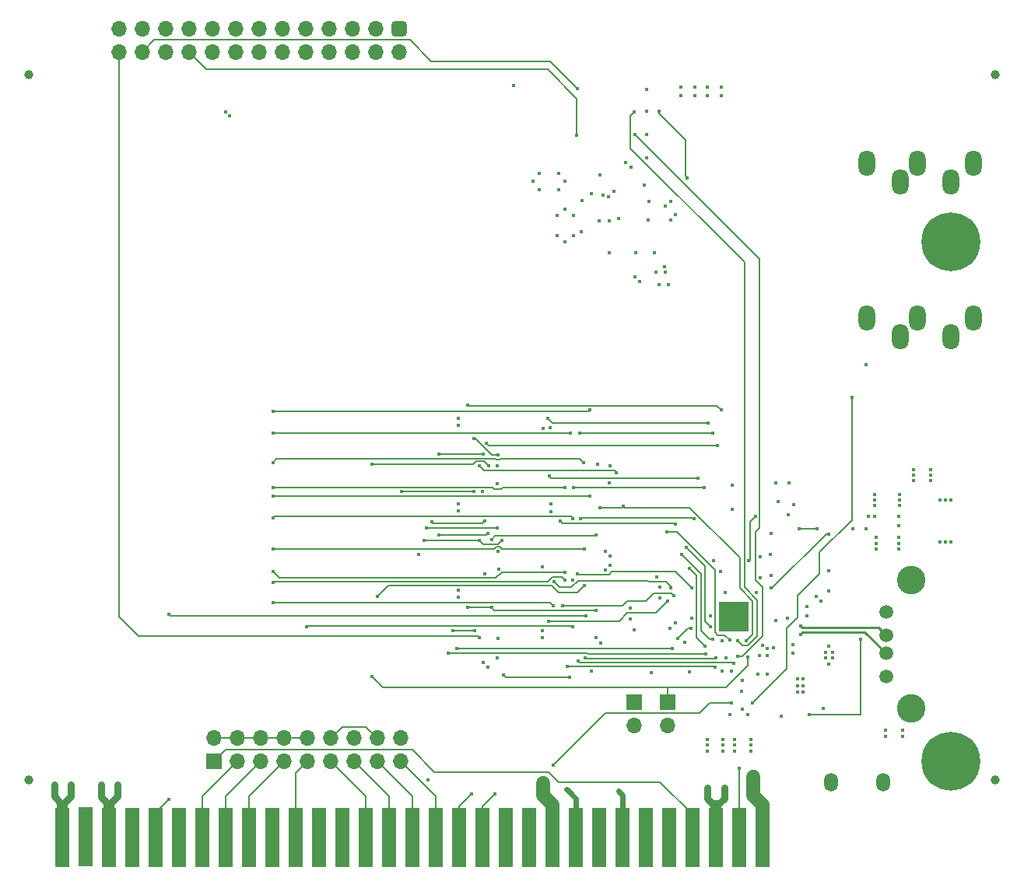
<source format=gbl>
%TF.GenerationSoftware,KiCad,Pcbnew,7.0.7*%
%TF.CreationDate,2023-10-23T19:43:48-06:00*%
%TF.ProjectId,PicoGUS chipdown with edge rails,5069636f-4755-4532-9063-686970646f77,rev?*%
%TF.SameCoordinates,Original*%
%TF.FileFunction,Copper,L4,Bot*%
%TF.FilePolarity,Positive*%
%FSLAX46Y46*%
G04 Gerber Fmt 4.6, Leading zero omitted, Abs format (unit mm)*
G04 Created by KiCad (PCBNEW 7.0.7) date 2023-10-23 19:43:48*
%MOMM*%
%LPD*%
G01*
G04 APERTURE LIST*
G04 Aperture macros list*
%AMRoundRect*
0 Rectangle with rounded corners*
0 $1 Rounding radius*
0 $2 $3 $4 $5 $6 $7 $8 $9 X,Y pos of 4 corners*
0 Add a 4 corners polygon primitive as box body*
4,1,4,$2,$3,$4,$5,$6,$7,$8,$9,$2,$3,0*
0 Add four circle primitives for the rounded corners*
1,1,$1+$1,$2,$3*
1,1,$1+$1,$4,$5*
1,1,$1+$1,$6,$7*
1,1,$1+$1,$8,$9*
0 Add four rect primitives between the rounded corners*
20,1,$1+$1,$2,$3,$4,$5,0*
20,1,$1+$1,$4,$5,$6,$7,0*
20,1,$1+$1,$6,$7,$8,$9,0*
20,1,$1+$1,$8,$9,$2,$3,0*%
G04 Aperture macros list end*
%TA.AperFunction,ComponentPad*%
%ADD10C,6.400000*%
%TD*%
%TA.AperFunction,ComponentPad*%
%ADD11O,1.800000X2.800000*%
%TD*%
%TA.AperFunction,ComponentPad*%
%ADD12C,0.500000*%
%TD*%
%TA.AperFunction,SMDPad,CuDef*%
%ADD13R,3.200000X3.200000*%
%TD*%
%TA.AperFunction,ComponentPad*%
%ADD14R,1.700000X1.700000*%
%TD*%
%TA.AperFunction,ComponentPad*%
%ADD15O,1.700000X1.700000*%
%TD*%
%TA.AperFunction,ConnectorPad*%
%ADD16R,1.524000X6.478000*%
%TD*%
%TA.AperFunction,ConnectorPad*%
%ADD17R,1.524000X6.458000*%
%TD*%
%TA.AperFunction,ComponentPad*%
%ADD18O,1.500000X2.000000*%
%TD*%
%TA.AperFunction,ComponentPad*%
%ADD19RoundRect,0.425000X-0.425000X0.425000X-0.425000X-0.425000X0.425000X-0.425000X0.425000X0.425000X0*%
%TD*%
%TA.AperFunction,ComponentPad*%
%ADD20C,1.500000*%
%TD*%
%TA.AperFunction,ComponentPad*%
%ADD21C,3.100000*%
%TD*%
%TA.AperFunction,SMDPad,CuDef*%
%ADD22C,1.000000*%
%TD*%
%TA.AperFunction,ViaPad*%
%ADD23C,0.450000*%
%TD*%
%TA.AperFunction,Conductor*%
%ADD24C,0.600000*%
%TD*%
%TA.AperFunction,Conductor*%
%ADD25C,1.200000*%
%TD*%
%TA.AperFunction,Conductor*%
%ADD26C,0.750000*%
%TD*%
%TA.AperFunction,Conductor*%
%ADD27C,0.171000*%
%TD*%
%TA.AperFunction,Conductor*%
%ADD28C,0.267208*%
%TD*%
%TA.AperFunction,Conductor*%
%ADD29C,1.500000*%
%TD*%
%TA.AperFunction,Conductor*%
%ADD30C,0.400000*%
%TD*%
G04 APERTURE END LIST*
D10*
%TO.P,H1,1,1*%
%TO.N,Board_0-GND*%
X196201200Y-48180500D03*
%TD*%
D11*
%TO.P,J7,R*%
%TO.N,Board_0-Net-(FB2-Pad2)*%
X190742500Y-58477500D03*
%TO.P,J7,RN*%
%TO.N,N/C*%
X192542500Y-56477500D03*
%TO.P,J7,S*%
%TO.N,Board_0-GND*%
X198642500Y-56477500D03*
%TO.P,J7,T*%
%TO.N,Board_0-Net-(FB1-Pad2)*%
X196242500Y-58477500D03*
%TO.P,J7,TN*%
%TO.N,N/C*%
X187042500Y-56477500D03*
%TD*%
D12*
%TO.P,U12,57,GND*%
%TO.N,Board_0-GND*%
X173955000Y-87637500D03*
X171255000Y-87637500D03*
X172605000Y-87641300D03*
X173951200Y-88987500D03*
X172605000Y-88987500D03*
D13*
X172605000Y-88987500D03*
D12*
X171258800Y-88987500D03*
X172605000Y-90333700D03*
X173955000Y-90337500D03*
X171255000Y-90337500D03*
%TD*%
D14*
%TO.P,J3,1,Pin_1*%
%TO.N,Board_0-IRQ2*%
X116051500Y-104766500D03*
D15*
%TO.P,J3,2,Pin_2*%
%TO.N,Board_0-IRQ*%
X116051500Y-102226500D03*
%TO.P,J3,3,Pin_3*%
%TO.N,Board_0-IRQ3*%
X118591500Y-104766500D03*
%TO.P,J3,4,Pin_4*%
%TO.N,Board_0-IRQ*%
X118591500Y-102226500D03*
%TO.P,J3,5,Pin_5*%
%TO.N,Board_0-IRQ4*%
X121131500Y-104766500D03*
%TO.P,J3,6,Pin_6*%
%TO.N,Board_0-IRQ*%
X121131500Y-102226500D03*
%TO.P,J3,7,Pin_7*%
%TO.N,Board_0-IRQ5*%
X123671500Y-104766500D03*
%TO.P,J3,8,Pin_8*%
%TO.N,Board_0-IRQ*%
X123671500Y-102226500D03*
%TO.P,J3,9,Pin_9*%
%TO.N,Board_0-IRQ7*%
X126211500Y-104766500D03*
%TO.P,J3,10,Pin_10*%
%TO.N,Board_0-IRQ*%
X126211500Y-102226500D03*
%TO.P,J3,11,Pin_11*%
%TO.N,Board_0-DRQ1*%
X128751500Y-104766500D03*
%TO.P,J3,12,Pin_12*%
%TO.N,Board_0-DRQ*%
X128751500Y-102226500D03*
%TO.P,J3,13,Pin_13*%
%TO.N,Board_0-DACK1*%
X131291500Y-104766500D03*
%TO.P,J3,14,Pin_14*%
%TO.N,Board_0-DACK*%
X131291500Y-102226500D03*
%TO.P,J3,15,Pin_15*%
%TO.N,Board_0-DRQ3*%
X133831500Y-104766500D03*
%TO.P,J3,16,Pin_16*%
%TO.N,Board_0-DRQ*%
X133831500Y-102226500D03*
%TO.P,J3,17,Pin_17*%
%TO.N,Board_0-DACK3*%
X136371500Y-104766500D03*
%TO.P,J3,18,Pin_18*%
%TO.N,Board_0-DACK*%
X136371500Y-102226500D03*
%TD*%
D14*
%TO.P,J4,1,Pin_1*%
%TO.N,Board_0-UART_TX*%
X165442500Y-98312500D03*
D15*
%TO.P,J4,2,Pin_2*%
%TO.N,Board_0-GND*%
X165442500Y-100852500D03*
%TD*%
D11*
%TO.P,J9,R*%
%TO.N,Board_0-Net-(J9-PadR)*%
X190742500Y-41627500D03*
%TO.P,J9,RN*%
%TO.N,Board_0-unconnected-(J9-PadRN)*%
X192542500Y-39627500D03*
%TO.P,J9,S*%
%TO.N,Board_0-AGND*%
X198642500Y-39627500D03*
%TO.P,J9,T*%
%TO.N,Board_0-Net-(J9-PadT)*%
X196242500Y-41627500D03*
%TO.P,J9,TN*%
%TO.N,Board_0-unconnected-(J9-PadTN)*%
X187042500Y-39627500D03*
%TD*%
D16*
%TO.P,J1,1,GND*%
%TO.N,Board_0-GND*%
X175742500Y-112987500D03*
%TO.P,J1,2,RESET*%
%TO.N,Board_0-RESET*%
X173202500Y-112987500D03*
%TO.P,J1,3,VCC*%
%TO.N,Board_0-+5V*%
X170662500Y-112987500D03*
%TO.P,J1,4,IRQ2*%
%TO.N,Board_0-IRQ2*%
X168122500Y-112987500D03*
%TO.P,J1,5,-5V*%
%TO.N,Board_0-unconnected-(J1--5V-Pad5)*%
X165582500Y-112987500D03*
%TO.P,J1,6,DRQ2*%
%TO.N,Board_0-unconnected-(J1-DRQ2-Pad6)*%
X163042500Y-112987500D03*
%TO.P,J1,7,-12V*%
%TO.N,Board_0--12V*%
X160502500Y-112987500D03*
%TO.P,J1,8,UNUSED*%
%TO.N,Board_0-unconnected-(J1-UNUSED-Pad8)*%
X157962500Y-112987500D03*
%TO.P,J1,9,+12V*%
%TO.N,Board_0-+12V*%
X155422500Y-112987500D03*
%TO.P,J1,10,GND*%
%TO.N,Board_0-GND*%
X152882500Y-112987500D03*
%TO.P,J1,11,~{SMEMW}*%
%TO.N,Board_0-unconnected-(J1-~{SMEMW}-Pad11)*%
X150342500Y-112987500D03*
%TO.P,J1,12,~{SMEMR}*%
%TO.N,Board_0-unconnected-(J1-~{SMEMR}-Pad12)*%
X147802500Y-112987500D03*
%TO.P,J1,13,~{IOW}*%
%TO.N,Board_0-~{IOW}*%
X145262500Y-112987500D03*
%TO.P,J1,14,~{IOR}*%
%TO.N,Board_0-~{IOR}*%
X142722500Y-112987500D03*
%TO.P,J1,15,~{DACK3}*%
%TO.N,Board_0-DACK3*%
X140182500Y-112987500D03*
%TO.P,J1,16,DRQ3*%
%TO.N,Board_0-DRQ3*%
X137642500Y-112987500D03*
%TO.P,J1,17,~{DACK1}*%
%TO.N,Board_0-DACK1*%
X135102500Y-112987500D03*
%TO.P,J1,18,DRQ1*%
%TO.N,Board_0-DRQ1*%
X132562500Y-112987500D03*
%TO.P,J1,19,~{DACK0}*%
%TO.N,Board_0-unconnected-(J1-~{DACK0}-Pad19)*%
X130022500Y-112987500D03*
%TO.P,J1,20,CLK*%
%TO.N,Board_0-unconnected-(J1-CLK-Pad20)*%
X127482500Y-112987500D03*
%TO.P,J1,21,IRQ7*%
%TO.N,Board_0-IRQ7*%
X124942500Y-112987500D03*
%TO.P,J1,22,IRQ6*%
%TO.N,Board_0-unconnected-(J1-IRQ6-Pad22)*%
X122402500Y-112987500D03*
%TO.P,J1,23,IRQ5*%
%TO.N,Board_0-IRQ5*%
X119862500Y-112987500D03*
%TO.P,J1,24,IRQ4*%
%TO.N,Board_0-IRQ4*%
X117322500Y-112987500D03*
%TO.P,J1,25,IRQ3*%
%TO.N,Board_0-IRQ3*%
X114782500Y-112987500D03*
%TO.P,J1,26,~{DACK2}*%
%TO.N,Board_0-unconnected-(J1-~{DACK2}-Pad26)*%
X112242500Y-112987500D03*
%TO.P,J1,27,TC*%
%TO.N,Board_0-TC*%
X109702500Y-112987500D03*
%TO.P,J1,28,ALE*%
%TO.N,Board_0-unconnected-(J1-ALE-Pad28)*%
X107162500Y-112987500D03*
%TO.P,J1,29,VCC*%
%TO.N,Board_0-+5V*%
X104622500Y-112987500D03*
D17*
%TO.P,J1,30,OSC*%
%TO.N,Board_0-unconnected-(J1-OSC-Pad30)*%
X102082500Y-112977500D03*
D16*
%TO.P,J1,31,GND*%
%TO.N,Board_0-GND*%
X99542500Y-112987500D03*
%TD*%
D18*
%TO.P,J6,6,Shield*%
%TO.N,Board_0-GND*%
X183197500Y-107006500D03*
X188857500Y-107006500D03*
%TD*%
D19*
%TO.P,J8,1,Pin_1*%
%TO.N,Board_0-GND*%
X136192500Y-24947500D03*
D15*
%TO.P,J8,2,Pin_2*%
%TO.N,Board_0-unconnected-(J8-Pin_2-Pad2)*%
X136192500Y-27487500D03*
%TO.P,J8,3,Pin_3*%
%TO.N,Board_0-GND*%
X133652500Y-24947500D03*
%TO.P,J8,4,Pin_4*%
%TO.N,Board_0-UART_TX*%
X133652500Y-27487500D03*
%TO.P,J8,5,Pin_5*%
%TO.N,Board_0-GND*%
X131112500Y-24947500D03*
%TO.P,J8,6,Pin_6*%
%TO.N,Board_0-+5V*%
X131112500Y-27487500D03*
%TO.P,J8,7,Pin_7*%
%TO.N,Board_0-GND*%
X128572500Y-24947500D03*
%TO.P,J8,8,Pin_8*%
%TO.N,Board_0-unconnected-(J8-Pin_8-Pad8)*%
X128572500Y-27487500D03*
%TO.P,J8,9,Pin_9*%
%TO.N,Board_0-GND*%
X126032500Y-24947500D03*
%TO.P,J8,10,Pin_10*%
%TO.N,Board_0-+5V*%
X126032500Y-27487500D03*
%TO.P,J8,11,Pin_11*%
%TO.N,Board_0-GND*%
X123492500Y-24947500D03*
%TO.P,J8,12,Pin_12*%
%TO.N,Board_0-unconnected-(J8-Pin_12-Pad12)*%
X123492500Y-27487500D03*
%TO.P,J8,13,Pin_13*%
%TO.N,Board_0-unconnected-(J8-Pin_13-Pad13)*%
X120952500Y-24947500D03*
%TO.P,J8,14,Pin_14*%
%TO.N,Board_0-+5V*%
X120952500Y-27487500D03*
%TO.P,J8,15,Pin_15*%
%TO.N,Board_0-AGND*%
X118412500Y-24947500D03*
%TO.P,J8,16,Pin_16*%
%TO.N,Board_0-unconnected-(J8-Pin_16-Pad16)*%
X118412500Y-27487500D03*
%TO.P,J8,17,Pin_17*%
%TO.N,Board_0-AGND*%
X115872500Y-24947500D03*
%TO.P,J8,18,Pin_18*%
%TO.N,Board_0-+12V*%
X115872500Y-27487500D03*
%TO.P,J8,19,Pin_19*%
%TO.N,Board_0-AGND*%
X113332500Y-24947500D03*
%TO.P,J8,20,Pin_20*%
%TO.N,Board_0-WTAUDIO_R*%
X113332500Y-27487500D03*
%TO.P,J8,21,Pin_21*%
%TO.N,Board_0-AGND*%
X110792500Y-24947500D03*
%TO.P,J8,22,Pin_22*%
%TO.N,Board_0--12V*%
X110792500Y-27487500D03*
%TO.P,J8,23,Pin_23*%
%TO.N,Board_0-AGND*%
X108252500Y-24947500D03*
%TO.P,J8,24,Pin_24*%
%TO.N,Board_0-WTAUDIO_L*%
X108252500Y-27487500D03*
%TO.P,J8,25,Pin_25*%
%TO.N,Board_0-AGND*%
X105712500Y-24947500D03*
%TO.P,J8,26,Pin_26*%
%TO.N,Board_0-~{WT_RESET}*%
X105712500Y-27487500D03*
%TD*%
D10*
%TO.P,H2,1,1*%
%TO.N,Board_0-GND*%
X196201200Y-104695500D03*
%TD*%
D14*
%TO.P,J10,1,Pin_1*%
%TO.N,Board_0-RUN*%
X161742500Y-98312500D03*
D15*
%TO.P,J10,2,Pin_2*%
%TO.N,Board_0-GND*%
X161742500Y-100852500D03*
%TD*%
D20*
%TO.P,J5,1,VBUS*%
%TO.N,Board_0-Net-(J5-VBUS)*%
X189154700Y-95472500D03*
%TO.P,J5,2,D-*%
%TO.N,Board_0-/USB_D-*%
X189154700Y-92972500D03*
%TO.P,J5,3,D+*%
%TO.N,Board_0-/USB_D+*%
X189154700Y-90972500D03*
%TO.P,J5,4,GND*%
%TO.N,Board_0-GND*%
X189154700Y-88472500D03*
D21*
%TO.P,J5,5,Shield*%
X191864700Y-98972500D03*
X191864700Y-84972500D03*
%TD*%
D22*
%TO.P,KiKit_FID_B_1,*%
%TO.N,*%
X95915000Y-30000000D03*
%TD*%
%TO.P,KiKit_FID_B_3,*%
%TO.N,*%
X95915000Y-106736250D03*
%TD*%
%TO.P,KiKit_FID_B_2,*%
%TO.N,*%
X201085000Y-30000000D03*
%TD*%
%TO.P,KiKit_FID_B_4,*%
%TO.N,*%
X201085000Y-106736250D03*
%TD*%
D23*
%TO.N,Board_0-+12V*%
X154392500Y-107737500D03*
X154892500Y-108237500D03*
%TO.N,Board_0-+3V3*%
X167242500Y-91787500D03*
X190542500Y-79087500D03*
X150742500Y-41587500D03*
X151442500Y-42487500D03*
X177442500Y-76462500D03*
X196242500Y-80887500D03*
X175442500Y-84787500D03*
X168042500Y-89187500D03*
X170042500Y-88887500D03*
X195642500Y-76287500D03*
X171642500Y-86387500D03*
X157742500Y-72387500D03*
X190542500Y-78087500D03*
X158142500Y-91887500D03*
X176902500Y-92327500D03*
X146942500Y-81887500D03*
X159142500Y-72587500D03*
X151442500Y-40687500D03*
X182942500Y-86187500D03*
X182942500Y-83987500D03*
X173542500Y-99087500D03*
X176242500Y-92487500D03*
X158642500Y-81887500D03*
X176542500Y-82187500D03*
X195042500Y-76287500D03*
X165167500Y-51462500D03*
X159142500Y-82387500D03*
X187242500Y-78087500D03*
X146842500Y-72587500D03*
X196242500Y-76287500D03*
X146842500Y-93487500D03*
X174142500Y-99687500D03*
X165067500Y-50862500D03*
X175042500Y-86387500D03*
X176642500Y-79887500D03*
X171342500Y-91587500D03*
X157642500Y-91287500D03*
X147042500Y-83787500D03*
X176242500Y-93187500D03*
X195642500Y-80887500D03*
X146942500Y-91387500D03*
X171142500Y-84087500D03*
X146892500Y-74537500D03*
X195042500Y-80887500D03*
X187942500Y-78087500D03*
X175360500Y-93209500D03*
X177142500Y-89407500D03*
X178442500Y-89187500D03*
X171792500Y-93437500D03*
X175742500Y-92087500D03*
%TO.N,Board_0-+5V*%
X180142500Y-96487500D03*
X169742500Y-108787500D03*
X189142500Y-102037500D03*
X103732500Y-107941500D03*
X172677500Y-102922500D03*
X169742500Y-107587500D03*
X105510500Y-107306500D03*
X172677500Y-103622500D03*
X103732500Y-107306500D03*
X105510500Y-108570003D03*
X180142500Y-95787500D03*
X187012500Y-61517500D03*
X179542500Y-97187500D03*
X174455500Y-102922500D03*
X179542500Y-96487500D03*
X190942500Y-102037500D03*
X103732500Y-108587500D03*
X171542500Y-108187500D03*
X179542500Y-95787500D03*
X174455500Y-102322500D03*
X105510500Y-107941500D03*
X180142500Y-97187500D03*
X190942500Y-101337500D03*
X169742500Y-108187500D03*
X171542500Y-107587500D03*
X139342500Y-106787500D03*
X174455500Y-103622500D03*
X172677500Y-102322500D03*
X171542500Y-108787500D03*
X189142500Y-101337500D03*
%TO.N,Board_0--12V*%
X160042500Y-107987500D03*
X117742500Y-34487500D03*
X160502500Y-108487500D03*
X117317500Y-34012500D03*
%TO.N,Board_0-/RP2040/GPIO23*%
X172142500Y-91558500D03*
X165327500Y-79747500D03*
%TO.N,Board_0-/RP2040/QSPI_SD1*%
X181642500Y-79387500D03*
X179742500Y-79387500D03*
%TO.N,Board_0-/RP2040/QSPI_SS*%
X176642500Y-85887500D03*
X182942500Y-79987500D03*
%TO.N,Board_0-/RP2040/SWCLK*%
X166542500Y-91387500D03*
X167942500Y-90287500D03*
%TO.N,Board_0-/RP2040/~{USB_BOOT}*%
X180842500Y-99687500D03*
X186409500Y-91431500D03*
%TO.N,Board_0-/USB_D+*%
X179842500Y-89987500D03*
%TO.N,Board_0-/USB_D-*%
X179842500Y-90887500D03*
%TO.N,Board_0-/VSYS*%
X182934500Y-92235000D03*
X182553500Y-92870000D03*
X190573500Y-80387500D03*
X182553500Y-93505000D03*
X190573500Y-81587500D03*
X182934500Y-94140000D03*
X188060500Y-80387500D03*
X183315500Y-92870000D03*
X190573500Y-80987500D03*
X188060500Y-81587500D03*
X188060500Y-80987500D03*
X183315500Y-93505000D03*
%TO.N,Board_0-A0*%
X156942500Y-66487500D03*
X122442500Y-66587500D03*
%TO.N,Board_0-A1*%
X122442500Y-68987500D03*
X154786500Y-68987500D03*
%TO.N,Board_0-A2*%
X156242500Y-72187500D03*
X122442500Y-72187500D03*
%TO.N,Board_0-A3*%
X154243500Y-74886500D03*
X122442500Y-74887500D03*
%TO.N,Board_0-A4*%
X122442500Y-75887500D03*
X156942500Y-75887500D03*
%TO.N,Board_0-A5*%
X122442500Y-78187500D03*
X155042500Y-78287500D03*
%TO.N,Board_0-A6*%
X156342500Y-81587500D03*
X122442500Y-81587500D03*
%TO.N,Board_0-A7*%
X122442500Y-84087500D03*
X154242500Y-84187500D03*
%TO.N,Board_0-A8*%
X154194000Y-85039000D03*
X122442500Y-85287500D03*
%TO.N,Board_0-A9*%
X152942500Y-87787500D03*
X122442500Y-87487500D03*
%TO.N,Board_0-AD0*%
X170342500Y-68987500D03*
X155802500Y-68987500D03*
%TO.N,Board_0-AD1*%
X169842500Y-67887500D03*
X152342500Y-67387500D03*
%TO.N,Board_0-AD2*%
X155167500Y-74887500D03*
X169342500Y-74887500D03*
%TO.N,Board_0-AD3*%
X168742500Y-73887500D03*
X152542500Y-73687500D03*
%TO.N,Board_0-AD4*%
X168242500Y-78287500D03*
X155929500Y-78287500D03*
%TO.N,Board_0-AD5*%
X153742500Y-78587500D03*
X166242500Y-78887500D03*
%TO.N,Board_0-AD6*%
X168042500Y-85887500D03*
X155548500Y-84287500D03*
%TO.N,Board_0-AD7*%
X153042500Y-85187500D03*
X165742500Y-85887500D03*
%TO.N,Board_0-ADS*%
X158042500Y-77087500D03*
X157642500Y-80087500D03*
X160542500Y-76987500D03*
X146242500Y-80587500D03*
X173942500Y-91587500D03*
%TO.N,Board_0-AGND*%
X169742500Y-32287500D03*
X157067500Y-42887500D03*
X158387500Y-43082500D03*
X160832500Y-39553390D03*
X171242500Y-31287500D03*
X158042500Y-40887500D03*
X156067500Y-43687500D03*
X154242500Y-44587500D03*
X158967500Y-43262500D03*
X162867500Y-41962500D03*
X169742500Y-31287500D03*
X163382500Y-43738500D03*
X163137500Y-31541610D03*
X165767500Y-45762500D03*
X163137500Y-33976610D03*
X166267500Y-45242500D03*
X155142500Y-45287500D03*
X161432500Y-40053390D03*
X163292500Y-45762500D03*
X153342500Y-45287500D03*
X171242500Y-32287500D03*
%TO.N,Board_0-AVDD*%
X168342500Y-32287500D03*
X165167500Y-44262500D03*
X159042500Y-45887500D03*
X166842500Y-31287500D03*
X159567500Y-42662500D03*
X168342500Y-31287500D03*
X166842500Y-32287500D03*
X154242500Y-41587500D03*
X165767500Y-43762500D03*
X153542500Y-40687500D03*
X163137500Y-39024110D03*
X157942500Y-45887500D03*
X160042500Y-45594607D03*
X163137500Y-36524110D03*
X153542500Y-42487500D03*
%TO.N,Board_0-BCK*%
X166942500Y-82187500D03*
X170342500Y-91431500D03*
%TO.N,Board_0-DACK*%
X136442500Y-75387500D03*
X144292500Y-75387500D03*
%TO.N,Board_0-DIN*%
X170042500Y-90087500D03*
X167442500Y-81487500D03*
%TO.N,Board_0-DRQ*%
X156342500Y-85587500D03*
X133842500Y-86787500D03*
%TO.N,Board_0-GND*%
X177742500Y-99787500D03*
X180542500Y-87887500D03*
X171407500Y-102922500D03*
X176242500Y-95287500D03*
X171407500Y-103622500D03*
X145842500Y-94487500D03*
X142642500Y-77487500D03*
X151581500Y-108178300D03*
X151581500Y-106978300D03*
X163967500Y-49362500D03*
X157142500Y-94887500D03*
X190642500Y-76887500D03*
X162342500Y-52487500D03*
X169756500Y-102322500D03*
X194029500Y-72958997D03*
X159142500Y-83387500D03*
X161342500Y-89237500D03*
X161967500Y-49362500D03*
X174442500Y-107587500D03*
X151842500Y-68487500D03*
X172342500Y-94887500D03*
X171407500Y-102322500D03*
X171342500Y-94887500D03*
X187942500Y-75658997D03*
X192142500Y-74187500D03*
X175042500Y-106987500D03*
X175042500Y-107587500D03*
X161342500Y-88037500D03*
X98652500Y-107306500D03*
X100430500Y-107306500D03*
X179142500Y-76787500D03*
X165642500Y-90287500D03*
X153342500Y-47487500D03*
X152181500Y-107578300D03*
X152181500Y-108178300D03*
X164542500Y-85737500D03*
X151792500Y-83537500D03*
X161842500Y-51987500D03*
X179042500Y-91987500D03*
X172437500Y-77287500D03*
X167791300Y-94987500D03*
X187017500Y-79412500D03*
X190642500Y-75658997D03*
X173442500Y-97087500D03*
X142642500Y-67387500D03*
X163642500Y-95087500D03*
X170407500Y-82887500D03*
X154242500Y-48187500D03*
X98652500Y-108576500D03*
X152692500Y-76737500D03*
X164467500Y-52862500D03*
X185567500Y-79412500D03*
X175242500Y-95287500D03*
X175442500Y-82487500D03*
X164142500Y-51487500D03*
X180542500Y-88887500D03*
X176642500Y-84487500D03*
X155042500Y-84987500D03*
X174442500Y-106387500D03*
X142642500Y-86087500D03*
X169756500Y-102922500D03*
X164242500Y-84637500D03*
X151581500Y-107578300D03*
X152692500Y-77537500D03*
X166242500Y-89687500D03*
X194029500Y-74187500D03*
X181542500Y-86787500D03*
X145542500Y-84287500D03*
X175042500Y-108187500D03*
X138342500Y-82187500D03*
X187942500Y-76287500D03*
X165467500Y-52862500D03*
X148642500Y-31187500D03*
X175042500Y-106387500D03*
X152181500Y-106978300D03*
X100430500Y-107941500D03*
X151742500Y-91287500D03*
X159067500Y-49362500D03*
X177142500Y-74387500D03*
X164542500Y-86937500D03*
X178642500Y-74387500D03*
X182342500Y-98987500D03*
X142642500Y-68187500D03*
X159042500Y-74387500D03*
X172142500Y-99687500D03*
X173542500Y-95887500D03*
X178542500Y-77887500D03*
X192142500Y-72958997D03*
X194029500Y-73587500D03*
X169756500Y-103622500D03*
X98652500Y-107941500D03*
X155142500Y-47487500D03*
X145242500Y-75387500D03*
X187942500Y-76887500D03*
X142642500Y-86887500D03*
X151742500Y-90487500D03*
X142642500Y-76687500D03*
X174442500Y-108187500D03*
X182042500Y-87287500D03*
X152642500Y-68387500D03*
X172442500Y-74687500D03*
X192142500Y-73587500D03*
X179042500Y-92987500D03*
X158642500Y-83887500D03*
X145342500Y-93987500D03*
X190642500Y-76287500D03*
X161742500Y-90387500D03*
X174442500Y-106987500D03*
X156042500Y-47087500D03*
X100430500Y-108570003D03*
%TO.N,Board_0-IRQ*%
X126142500Y-90087500D03*
X155042500Y-90087500D03*
%TO.N,Board_0-I{slash}OCHRDY*%
X152942500Y-105187500D03*
X172342500Y-98387500D03*
%TO.N,Board_0-LRCK*%
X169442500Y-92187500D03*
X167792500Y-83737500D03*
%TO.N,Board_0-Net-(R2-Pad1)*%
X185442500Y-65087500D03*
X174642500Y-98387500D03*
%TO.N,Board_0-Net-(U13-1ch_OUT)*%
X167542500Y-41187500D03*
X164442500Y-33987500D03*
%TO.N,Board_0-Net-(U3-Pad2)*%
X145342500Y-71287500D03*
X140542500Y-71287500D03*
X140542500Y-80087500D03*
X145842500Y-79887500D03*
%TO.N,Board_0-Net-(U3-Pad4)*%
X146942500Y-71387500D03*
X144342500Y-69587500D03*
%TO.N,Board_0-Net-(U3-Pad8)*%
X142042500Y-90487500D03*
X144442500Y-90487500D03*
%TO.N,Board_0-Net-(U4-Pad11)*%
X159842500Y-73287500D03*
X144942500Y-72587500D03*
%TO.N,Board_0-RA8*%
X153942500Y-87787500D03*
X166042500Y-86687500D03*
%TO.N,Board_0-RA9*%
X165442500Y-87287500D03*
X152442500Y-89487500D03*
%TO.N,Board_0-RDRQ*%
X172642500Y-94087500D03*
X155642500Y-93787500D03*
%TO.N,Board_0-RESET*%
X147342500Y-80687500D03*
X144942500Y-80687500D03*
X147542500Y-95368500D03*
X154742500Y-95587500D03*
X138917500Y-80687500D03*
X173202500Y-105487500D03*
%TO.N,Board_0-RIRQ*%
X154442500Y-94387500D03*
X170542500Y-94487500D03*
%TO.N,Board_0-RTC*%
X156442500Y-93487500D03*
X170642500Y-93487500D03*
%TO.N,Board_0-RUN*%
X142442500Y-92487500D03*
X165942500Y-92487500D03*
%TO.N,Board_0-RV_CLK*%
X161842500Y-36487500D03*
X173042500Y-93287500D03*
%TO.N,Board_0-RV_DATA*%
X173042500Y-91587500D03*
X161792500Y-34037500D03*
%TO.N,Board_0-TC*%
X111142500Y-108887500D03*
X156542500Y-88887500D03*
X111142500Y-88687500D03*
%TO.N,Board_0-UART_TX*%
X145942500Y-72587500D03*
X133242500Y-95487500D03*
X174142500Y-93387500D03*
X133242500Y-72387500D03*
%TO.N,Board_0-WTAUDIO_L*%
X155542500Y-31487500D03*
%TO.N,Board_0-WTAUDIO_R*%
X155537500Y-36587500D03*
%TO.N,Board_0-~{BUSOE}*%
X143642500Y-87987500D03*
X157642500Y-88287500D03*
X146242500Y-87987500D03*
%TO.N,Board_0-~{IOR}*%
X146842500Y-79287500D03*
X139142500Y-79287500D03*
X144042500Y-108287500D03*
%TO.N,Board_0-~{IOW}*%
X139742500Y-78687500D03*
X146642500Y-108287500D03*
X145542500Y-78587500D03*
%TO.N,Board_0-~{RDACK}*%
X169542500Y-93087500D03*
X141542500Y-92987500D03*
%TO.N,Board_0-~{RIOR}*%
X145642500Y-70087500D03*
X170842500Y-70387500D03*
%TO.N,Board_0-~{RIOW}*%
X143642500Y-65987500D03*
X171242500Y-66487500D03*
%TO.N,Board_0-~{SPI_CS}*%
X174242500Y-82887500D03*
X174942500Y-78087500D03*
%TO.N,Board_0-~{WT_RESET}*%
X144942500Y-91287500D03*
%TD*%
D24*
%TO.N,Board_0-+12V*%
X155422500Y-108767500D02*
X154392500Y-107737500D01*
X154892500Y-108237500D02*
X154392500Y-107737500D01*
X155422500Y-112987500D02*
X155422500Y-108767500D01*
D25*
%TO.N,Board_0-+5V*%
X104642500Y-112687500D02*
X104642500Y-109587500D01*
D26*
X105510500Y-108570003D02*
X105510500Y-107941500D01*
D25*
X170642500Y-113447500D02*
X170642500Y-109587500D01*
D26*
X105510500Y-107941500D02*
X105510500Y-107306500D01*
X103732500Y-108587500D02*
X104432500Y-109287500D01*
X171542500Y-108787500D02*
X170940700Y-109389300D01*
X170940700Y-109389300D02*
X170344300Y-109389300D01*
X171542500Y-108787500D02*
X171542500Y-107587500D01*
X103732500Y-108587500D02*
X103732500Y-107941500D01*
X104432500Y-109287500D02*
X104793003Y-109287500D01*
X169742500Y-108787500D02*
X169742500Y-107587500D01*
X104793003Y-109287500D02*
X105510500Y-108570003D01*
X103732500Y-107941500D02*
X103732500Y-107306500D01*
X170344300Y-109389300D02*
X169742500Y-108787500D01*
D24*
%TO.N,Board_0--12V*%
X160502500Y-108447500D02*
X160042500Y-107987500D01*
X160502500Y-112987500D02*
X160502500Y-108447500D01*
D27*
%TO.N,Board_0-/RP2040/GPIO23*%
X171571500Y-90987500D02*
X170852500Y-90987500D01*
X172142500Y-91558500D02*
X171571500Y-90987500D01*
X166394758Y-79747500D02*
X165327500Y-79747500D01*
X170852500Y-90987500D02*
X170542500Y-90677500D01*
X170542500Y-90677500D02*
X170542500Y-83895242D01*
X170542500Y-83895242D02*
X166394758Y-79747500D01*
%TO.N,Board_0-/RP2040/QSPI_SD1*%
X181642500Y-79387500D02*
X179742500Y-79387500D01*
%TO.N,Board_0-/RP2040/QSPI_SS*%
X176642500Y-85887500D02*
X176742500Y-85887500D01*
X182642500Y-79987500D02*
X182942500Y-79987500D01*
X176742500Y-85887500D02*
X182642500Y-79987500D01*
%TO.N,Board_0-/RP2040/SWCLK*%
X167642500Y-90287500D02*
X166542500Y-91387500D01*
X167942500Y-90287500D02*
X167642500Y-90287500D01*
%TO.N,Board_0-/RP2040/~{USB_BOOT}*%
X186409500Y-91431500D02*
X186409500Y-99620500D01*
X186409500Y-99620500D02*
X186342500Y-99687500D01*
X180842500Y-99687500D02*
X186342500Y-99687500D01*
D28*
%TO.N,Board_0-/USB_D+*%
X188384496Y-90202296D02*
X180057296Y-90202296D01*
X189169700Y-90987500D02*
X188384496Y-90202296D01*
X180057296Y-90202296D02*
X179842500Y-89987500D01*
%TO.N,Board_0-/USB_D-*%
X180057296Y-90672704D02*
X179842500Y-90887500D01*
X186854904Y-90672704D02*
X180057296Y-90672704D01*
X189095700Y-92913500D02*
X186854904Y-90672704D01*
D27*
%TO.N,Board_0-A0*%
X156842500Y-66587500D02*
X156942500Y-66487500D01*
X122442500Y-66587500D02*
X156842500Y-66587500D01*
%TO.N,Board_0-A1*%
X122442500Y-68987500D02*
X154786500Y-68987500D01*
%TO.N,Board_0-A2*%
X146739742Y-71877000D02*
X147145258Y-71877000D01*
X147145258Y-71877000D02*
X147234758Y-71787500D01*
X122442500Y-72187500D02*
X122842500Y-71787500D01*
X122842500Y-71787500D02*
X146650242Y-71787500D01*
X155842500Y-71787500D02*
X156242500Y-72187500D01*
X146650242Y-71787500D02*
X146739742Y-71877000D01*
X147234758Y-71787500D02*
X155842500Y-71787500D01*
%TO.N,Board_0-A3*%
X147249129Y-75077000D02*
X146535872Y-75077000D01*
X146535872Y-75077000D02*
X146346372Y-74887500D01*
X154232000Y-74898000D02*
X147428129Y-74898000D01*
X146346372Y-74887500D02*
X122442500Y-74887500D01*
X147428129Y-74898000D02*
X147249129Y-75077000D01*
X154243500Y-74886500D02*
X154232000Y-74898000D01*
%TO.N,Board_0-A4*%
X122442500Y-75887500D02*
X156942500Y-75887500D01*
%TO.N,Board_0-A5*%
X122442500Y-78187500D02*
X122532000Y-78098000D01*
X154953000Y-78098000D02*
X155042500Y-78287500D01*
X155042500Y-78287500D02*
X155042500Y-78187500D01*
X122532000Y-78098000D02*
X154953000Y-78098000D01*
%TO.N,Board_0-A6*%
X146739742Y-81398000D02*
X147145258Y-81398000D01*
X122442500Y-81587500D02*
X146550242Y-81587500D01*
X147334758Y-81587500D02*
X156342500Y-81587500D01*
X147145258Y-81398000D02*
X147334758Y-81587500D01*
X146550242Y-81587500D02*
X146739742Y-81398000D01*
%TO.N,Board_0-A7*%
X146734758Y-84787500D02*
X123142500Y-84787500D01*
X123142500Y-84787500D02*
X122442500Y-84087500D01*
X147334758Y-84187500D02*
X146734758Y-84787500D01*
X154242500Y-84187500D02*
X147334758Y-84187500D01*
%TO.N,Board_0-A8*%
X152839742Y-84698000D02*
X152350242Y-85187500D01*
X122542500Y-85187500D02*
X122442500Y-85287500D01*
X154194000Y-85039000D02*
X153853000Y-84698000D01*
X152350242Y-85187500D02*
X122542500Y-85187500D01*
X153853000Y-84698000D02*
X152839742Y-84698000D01*
%TO.N,Board_0-A9*%
X122442500Y-87487500D02*
X122453000Y-87498000D01*
X152653000Y-87498000D02*
X152942500Y-87787500D01*
X122453000Y-87498000D02*
X152653000Y-87498000D01*
%TO.N,Board_0-AD0*%
X155802500Y-68987500D02*
X170342500Y-68987500D01*
%TO.N,Board_0-AD1*%
X152842500Y-67887500D02*
X169842500Y-67887500D01*
X152342500Y-67387500D02*
X152842500Y-67887500D01*
%TO.N,Board_0-AD2*%
X155167500Y-74887500D02*
X169342500Y-74887500D01*
%TO.N,Board_0-AD3*%
X152542500Y-73687500D02*
X152742500Y-73887500D01*
X152742500Y-73887500D02*
X168742500Y-73887500D01*
%TO.N,Board_0-AD4*%
X155929500Y-78287500D02*
X155993500Y-78223500D01*
X155993500Y-78223500D02*
X168178500Y-78223500D01*
X168178500Y-78223500D02*
X168242500Y-78287500D01*
%TO.N,Board_0-AD5*%
X153942500Y-78787500D02*
X153742500Y-78587500D01*
X166142500Y-78787500D02*
X153942500Y-78787500D01*
X166242500Y-78887500D02*
X166142500Y-78787500D01*
%TO.N,Board_0-AD6*%
X159053000Y-84377000D02*
X159342500Y-84087500D01*
X166242500Y-84087500D02*
X168042500Y-85887500D01*
X155548500Y-84287500D02*
X155638000Y-84377000D01*
X159342500Y-84087500D02*
X166242500Y-84087500D01*
X155638000Y-84377000D02*
X159053000Y-84377000D01*
%TO.N,Board_0-AD7*%
X165742500Y-85887500D02*
X165742500Y-85687500D01*
X165242500Y-85187500D02*
X163342500Y-85187500D01*
X162757984Y-85087500D02*
X162750242Y-85095242D01*
X163242500Y-85087500D02*
X162757984Y-85087500D01*
X165742500Y-85687500D02*
X165242500Y-85187500D01*
X153642500Y-85787500D02*
X153042500Y-85187500D01*
X163342500Y-85187500D02*
X163242500Y-85087500D01*
X155642500Y-85087500D02*
X154942500Y-85787500D01*
X162750242Y-85087500D02*
X155642500Y-85087500D01*
X154942500Y-85787500D02*
X153642500Y-85787500D01*
%TO.N,Board_0-ADS*%
X167750242Y-77087500D02*
X173242500Y-82579758D01*
X146242500Y-80587500D02*
X146632000Y-80198000D01*
X173242500Y-85854000D02*
X174642500Y-87254000D01*
X174642500Y-90887500D02*
X173942500Y-91587500D01*
X174642500Y-87254000D02*
X174642500Y-90887500D01*
X160542500Y-76987500D02*
X160442500Y-77087500D01*
X160642500Y-77087500D02*
X167750242Y-77087500D01*
X160442500Y-77087500D02*
X158042500Y-77087500D01*
X173242500Y-82579758D02*
X173242500Y-85854000D01*
X160542500Y-76987500D02*
X160642500Y-77087500D01*
X157532000Y-80198000D02*
X157642500Y-80087500D01*
X146632000Y-80198000D02*
X157532000Y-80198000D01*
%TO.N,Board_0-BCK*%
X169986500Y-91431500D02*
X169042500Y-90487500D01*
X169042500Y-84287500D02*
X166942500Y-82187500D01*
X170342500Y-91431500D02*
X169986500Y-91431500D01*
X169042500Y-90487500D02*
X169042500Y-84287500D01*
%TO.N,Board_0-DACK*%
X136442500Y-75387500D02*
X144292500Y-75387500D01*
%TO.N,Board_0-DACK1*%
X135102500Y-112987500D02*
X135102500Y-108577500D01*
X135102500Y-108577500D02*
X131291500Y-104766500D01*
%TO.N,Board_0-DACK3*%
X140182500Y-112987500D02*
X140182500Y-108577500D01*
X140182500Y-108577500D02*
X136371500Y-104766500D01*
%TO.N,Board_0-DIN*%
X167442500Y-81487500D02*
X169453000Y-83498000D01*
X169453000Y-89498000D02*
X170042500Y-90087500D01*
X169453000Y-83498000D02*
X169453000Y-89498000D01*
%TO.N,Board_0-DRQ*%
X155542500Y-86387500D02*
X156342500Y-85587500D01*
X153550242Y-86387500D02*
X155542500Y-86387500D01*
X128751500Y-102226500D02*
X129990500Y-100987500D01*
X133842500Y-86787500D02*
X135042500Y-85587500D01*
X129990500Y-100987500D02*
X132592500Y-100987500D01*
X132592500Y-100987500D02*
X133831500Y-102226500D01*
X135042500Y-85587500D02*
X152750242Y-85587500D01*
X152750242Y-85587500D02*
X153550242Y-86387500D01*
%TO.N,Board_0-DRQ1*%
X132562500Y-112987500D02*
X132562500Y-108577500D01*
X132562500Y-108577500D02*
X128751500Y-104766500D01*
%TO.N,Board_0-DRQ3*%
X137642500Y-112987500D02*
X137642500Y-108577500D01*
X137642500Y-108577500D02*
X133831500Y-104766500D01*
D26*
%TO.N,Board_0-GND*%
X100430500Y-108570003D02*
X100430500Y-107941500D01*
D29*
X152742500Y-109339300D02*
X151881500Y-108478300D01*
D26*
X98652500Y-108576500D02*
X98652500Y-107941500D01*
X99363500Y-109287500D02*
X99713003Y-109287500D01*
D29*
X175742500Y-112987500D02*
X175742500Y-109487500D01*
D25*
X99542500Y-112687500D02*
X99542500Y-109587500D01*
D26*
X98652500Y-108576500D02*
X99363500Y-109287500D01*
D29*
X174742500Y-108487500D02*
X174742500Y-106387500D01*
X152881500Y-113778300D02*
X152881500Y-109478300D01*
X151881500Y-108478300D02*
X151881500Y-107087500D01*
D26*
X98652500Y-107941500D02*
X98652500Y-107306500D01*
D25*
X175042500Y-108787500D02*
X174742500Y-108487500D01*
D26*
X100430500Y-107941500D02*
X100430500Y-107306500D01*
X99713003Y-109287500D02*
X100430500Y-108570003D01*
D30*
X152882500Y-109479300D02*
X152742500Y-109339300D01*
X152882500Y-112987500D02*
X152882500Y-109479300D01*
D29*
X175742500Y-109487500D02*
X175042500Y-108787500D01*
X152881500Y-109478300D02*
X152742500Y-109339300D01*
D27*
%TO.N,Board_0-IRQ*%
X155042500Y-90087500D02*
X155042500Y-89987500D01*
X155032000Y-89977000D02*
X155042500Y-90087500D01*
X126142500Y-90087500D02*
X126253000Y-89977000D01*
X116051500Y-102226500D02*
X126211500Y-102226500D01*
X126253000Y-89977000D02*
X155032000Y-89977000D01*
%TO.N,Board_0-IRQ2*%
X164589000Y-106977000D02*
X153532000Y-106977000D01*
X117330500Y-103487500D02*
X116051500Y-104766500D01*
X137642500Y-103487500D02*
X117330500Y-103487500D01*
X140042500Y-105887500D02*
X137642500Y-103487500D01*
X153532000Y-106977000D02*
X152442500Y-105887500D01*
X168122500Y-110510500D02*
X164589000Y-106977000D01*
X152442500Y-105887500D02*
X140042500Y-105887500D01*
%TO.N,Board_0-IRQ3*%
X114782500Y-108575500D02*
X118591500Y-104766500D01*
X114782500Y-112987500D02*
X114782500Y-108575500D01*
%TO.N,Board_0-IRQ4*%
X117322500Y-108575500D02*
X121131500Y-104766500D01*
X117322500Y-112987500D02*
X117322500Y-108575500D01*
%TO.N,Board_0-IRQ5*%
X119862500Y-108575500D02*
X123671500Y-104766500D01*
X119862500Y-112987500D02*
X119862500Y-108575500D01*
%TO.N,Board_0-IRQ7*%
X124942500Y-106035500D02*
X126211500Y-104766500D01*
X124942500Y-112987500D02*
X124942500Y-106035500D01*
%TO.N,Board_0-I{slash}OCHRDY*%
X168901660Y-99487500D02*
X170001660Y-98387500D01*
X152942500Y-105187500D02*
X158642500Y-99487500D01*
X158642500Y-99487500D02*
X168901660Y-99487500D01*
X170001660Y-98387500D02*
X172342500Y-98387500D01*
%TO.N,Board_0-LRCK*%
X168542500Y-91287500D02*
X169442500Y-92187500D01*
X168542500Y-84487500D02*
X168542500Y-91287500D01*
X167792500Y-83737500D02*
X168542500Y-84487500D01*
%TO.N,Board_0-Net-(R2-Pad1)*%
X178342500Y-90287500D02*
X178342500Y-94687500D01*
X185442500Y-65087500D02*
X185442500Y-78487500D01*
X179542500Y-89087500D02*
X178342500Y-90287500D01*
X181942500Y-81987500D02*
X181942500Y-84287500D01*
X179542500Y-86687500D02*
X179542500Y-89087500D01*
X181942500Y-84287500D02*
X179542500Y-86687500D01*
X185442500Y-78487500D02*
X181942500Y-81987500D01*
X178342500Y-94687500D02*
X174642500Y-98387500D01*
%TO.N,Board_0-Net-(U13-1ch_OUT)*%
X167542500Y-41187500D02*
X167342500Y-40987500D01*
X167342500Y-40987500D02*
X167342500Y-37087500D01*
X164442500Y-34187500D02*
X164442500Y-33987500D01*
X167342500Y-37087500D02*
X164442500Y-34187500D01*
%TO.N,Board_0-Net-(U3-Pad2)*%
X145342500Y-71287500D02*
X140542500Y-71287500D01*
X140542500Y-80087500D02*
X145642500Y-80087500D01*
X145642500Y-80087500D02*
X145842500Y-79887500D01*
%TO.N,Board_0-Net-(U3-Pad4)*%
X146250242Y-71387500D02*
X144450242Y-69587500D01*
X144450242Y-69587500D02*
X144342500Y-69587500D01*
X146942500Y-71387500D02*
X146250242Y-71387500D01*
%TO.N,Board_0-Net-(U3-Pad8)*%
X142042500Y-90487500D02*
X144442500Y-90487500D01*
%TO.N,Board_0-Net-(U4-Pad11)*%
X145442500Y-73087500D02*
X144942500Y-72587500D01*
X159842500Y-73287500D02*
X159642500Y-73087500D01*
X159642500Y-73087500D02*
X145442500Y-73087500D01*
%TO.N,Board_0-RA8*%
X160971371Y-87287500D02*
X163042500Y-87287500D01*
X153942500Y-87787500D02*
X160471371Y-87787500D01*
X165803000Y-86448000D02*
X166042500Y-86687500D01*
X163042500Y-87287500D02*
X163882000Y-86448000D01*
X163882000Y-86448000D02*
X165803000Y-86448000D01*
X160471371Y-87787500D02*
X160971371Y-87287500D01*
%TO.N,Board_0-RA9*%
X152442500Y-89487500D02*
X160142500Y-89487500D01*
X161042500Y-88587500D02*
X164142500Y-88587500D01*
X164142500Y-88587500D02*
X165442500Y-87287500D01*
X160142500Y-89487500D02*
X161042500Y-88587500D01*
%TO.N,Board_0-RDRQ*%
X155842500Y-93987500D02*
X155642500Y-93787500D01*
X172542500Y-93987500D02*
X155842500Y-93987500D01*
X172642500Y-94087500D02*
X172542500Y-93987500D01*
%TO.N,Board_0-RESET*%
X146953000Y-81077000D02*
X145332000Y-81077000D01*
X147761500Y-95587500D02*
X147542500Y-95368500D01*
X154742500Y-95587500D02*
X147761500Y-95587500D01*
X145332000Y-81077000D02*
X144942500Y-80687500D01*
X173202500Y-105487500D02*
X173202500Y-112987500D01*
X138917500Y-80687500D02*
X144942500Y-80687500D01*
X147342500Y-80687500D02*
X146953000Y-81077000D01*
%TO.N,Board_0-RIRQ*%
X170542500Y-94487500D02*
X170442500Y-94387500D01*
X170442500Y-94387500D02*
X154442500Y-94387500D01*
%TO.N,Board_0-RTC*%
X170542500Y-93587500D02*
X156542500Y-93587500D01*
X170642500Y-93487500D02*
X170542500Y-93587500D01*
X156542500Y-93587500D02*
X156442500Y-93487500D01*
%TO.N,Board_0-RUN*%
X165942500Y-92487500D02*
X142442500Y-92487500D01*
%TO.N,Board_0-RV_CLK*%
X174953000Y-79777000D02*
X174953000Y-84990258D01*
X175742500Y-85779758D02*
X175742500Y-91087500D01*
X173542500Y-93287500D02*
X173042500Y-93287500D01*
X174953000Y-84990258D02*
X175742500Y-85779758D01*
X175742500Y-91087500D02*
X173542500Y-93287500D01*
X175432000Y-50077000D02*
X175432000Y-79298000D01*
X175432000Y-79298000D02*
X174953000Y-79777000D01*
X161842500Y-36487500D02*
X175432000Y-50077000D01*
%TO.N,Board_0-RV_DATA*%
X161792500Y-34037500D02*
X161353000Y-34477000D01*
X173753000Y-50398000D02*
X173753000Y-85798000D01*
X175142500Y-87187500D02*
X175142500Y-91087500D01*
X161353000Y-37998000D02*
X173753000Y-50398000D01*
X175142500Y-91087500D02*
X174153000Y-92077000D01*
X161353000Y-34477000D02*
X161353000Y-37998000D01*
X173532000Y-92077000D02*
X173042500Y-91587500D01*
X173753000Y-85798000D02*
X175142500Y-87187500D01*
X174153000Y-92077000D02*
X173532000Y-92077000D01*
%TO.N,Board_0-TC*%
X109702500Y-110327500D02*
X111142500Y-108887500D01*
X111342500Y-88887500D02*
X156542500Y-88887500D01*
X111142500Y-88687500D02*
X111342500Y-88887500D01*
%TO.N,Board_0-UART_TX*%
X174142500Y-94333500D02*
X174142500Y-93387500D01*
X171788500Y-96687500D02*
X174142500Y-94333500D01*
X165442500Y-98312500D02*
X165442500Y-96687500D01*
X133242500Y-72387500D02*
X144242500Y-72387500D01*
X145442500Y-72087500D02*
X145942500Y-72587500D01*
X134442500Y-96687500D02*
X165442500Y-96687500D01*
X144542500Y-72087500D02*
X145442500Y-72087500D01*
X133242500Y-95487500D02*
X134442500Y-96687500D01*
X165442500Y-96687500D02*
X171788500Y-96687500D01*
X144242500Y-72387500D02*
X144542500Y-72087500D01*
%TO.N,Board_0-WTAUDIO_L*%
X109552500Y-26187500D02*
X137342500Y-26187500D01*
X152592500Y-28537500D02*
X155542500Y-31487500D01*
X137342500Y-26187500D02*
X139692500Y-28537500D01*
X139692500Y-28537500D02*
X152592500Y-28537500D01*
X108252500Y-27487500D02*
X109552500Y-26187500D01*
%TO.N,Board_0-WTAUDIO_R*%
X155537500Y-32582500D02*
X152342500Y-29387500D01*
X115232500Y-29387500D02*
X113332500Y-27487500D01*
X155537500Y-36587500D02*
X155537500Y-32582500D01*
X152342500Y-29387500D02*
X115232500Y-29387500D01*
%TO.N,Board_0-~{BUSOE}*%
X146532000Y-88277000D02*
X157632000Y-88277000D01*
X146242500Y-87987500D02*
X143642500Y-87987500D01*
X146242500Y-87987500D02*
X146532000Y-88277000D01*
%TO.N,Board_0-~{IOR}*%
X142722500Y-112987500D02*
X142722500Y-109607500D01*
X146842500Y-79287500D02*
X139142500Y-79287500D01*
X142722500Y-109607500D02*
X144042500Y-108287500D01*
%TO.N,Board_0-~{IOW}*%
X145442500Y-78587500D02*
X145542500Y-78587500D01*
X145242500Y-78787500D02*
X145442500Y-78587500D01*
X145262500Y-112987500D02*
X145262500Y-109667500D01*
X139742500Y-78687500D02*
X139842500Y-78787500D01*
X145262500Y-109667500D02*
X146642500Y-108287500D01*
X139842500Y-78787500D02*
X145242500Y-78787500D01*
%TO.N,Board_0-~{RDACK}*%
X156734758Y-93087500D02*
X156634758Y-92987500D01*
X156634758Y-92987500D02*
X141542500Y-92987500D01*
X169542500Y-93087500D02*
X156734758Y-93087500D01*
%TO.N,Board_0-~{RIOR}*%
X170842500Y-70387500D02*
X145942500Y-70387500D01*
X145942500Y-70387500D02*
X145642500Y-70087500D01*
%TO.N,Board_0-~{RIOW}*%
X143653000Y-65998000D02*
X143642500Y-65987500D01*
X170753000Y-65998000D02*
X143653000Y-65998000D01*
X171242500Y-66487500D02*
X170753000Y-65998000D01*
%TO.N,Board_0-~{SPI_CS}*%
X174342500Y-78687500D02*
X174342500Y-82787500D01*
X174342500Y-82787500D02*
X174242500Y-82887500D01*
X174942500Y-78087500D02*
X174342500Y-78687500D01*
%TO.N,Board_0-~{WT_RESET}*%
X144942500Y-91287500D02*
X144742500Y-91087500D01*
X105712500Y-88957500D02*
X105712500Y-27487500D01*
X107842500Y-91087500D02*
X105712500Y-88957500D01*
X144742500Y-91087500D02*
X107842500Y-91087500D01*
%TD*%
M02*

</source>
